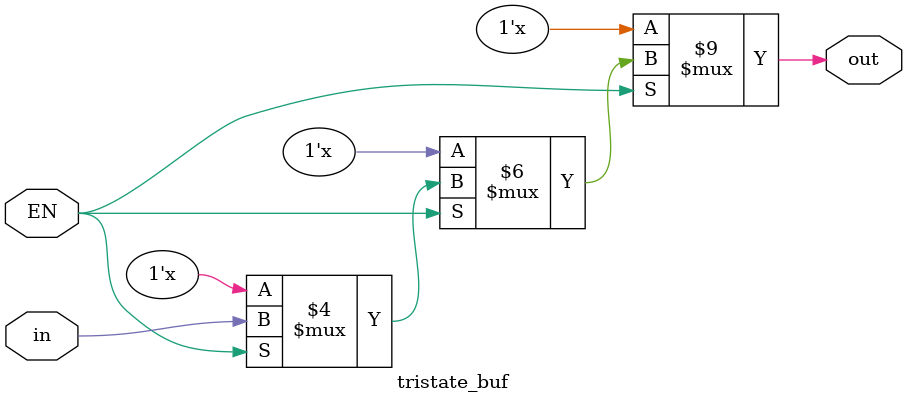
<source format=v>
`timescale 1ns/1ns
module tristate_buf(in,EN,out);
    input in;
    input EN;
    output reg out;

    always @(in or EN) begin
        if(EN)
            #1 if(EN) out=in;
    end
endmodule
</source>
